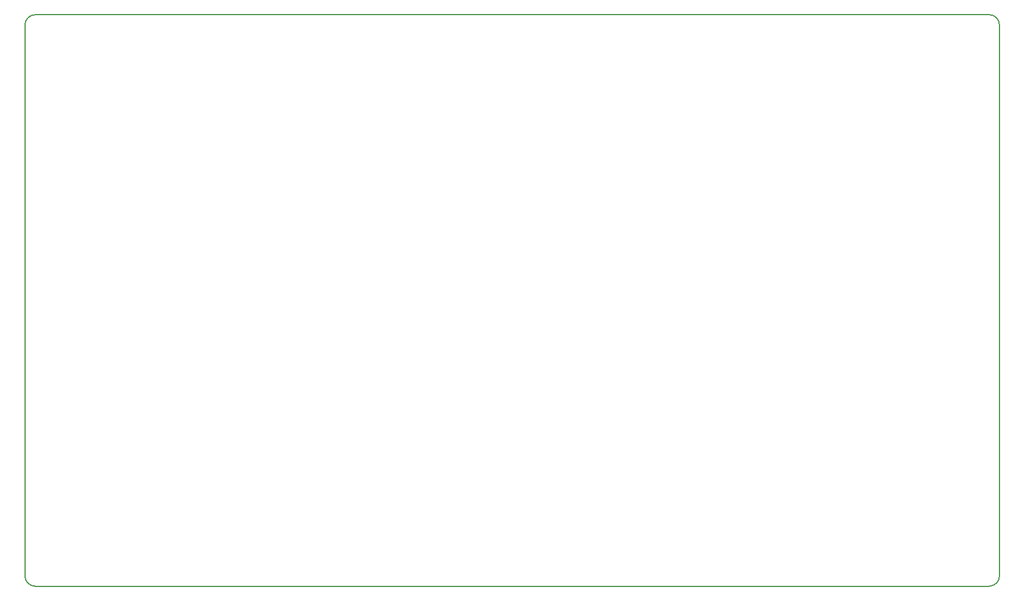
<source format=gbr>
%TF.GenerationSoftware,KiCad,Pcbnew,(6.0.6)*%
%TF.CreationDate,2022-07-28T15:05:17+07:00*%
%TF.ProjectId,_________________(__),1f3b3042-305f-43f4-903e-463541413e40,rev?*%
%TF.SameCoordinates,Original*%
%TF.FileFunction,Profile,NP*%
%FSLAX46Y46*%
G04 Gerber Fmt 4.6, Leading zero omitted, Abs format (unit mm)*
G04 Created by KiCad (PCBNEW (6.0.6)) date 2022-07-28 15:05:17*
%MOMM*%
%LPD*%
G01*
G04 APERTURE LIST*
%TA.AperFunction,Profile*%
%ADD10C,0.150000*%
%TD*%
G04 APERTURE END LIST*
D10*
X27500000Y-111500000D02*
G75*
G03*
X29000000Y-113000000I1500000J0D01*
G01*
X169000000Y-31500000D02*
X169000000Y-111500000D01*
X167500000Y-113000000D02*
X29000000Y-113000000D01*
X29000000Y-30000000D02*
X167500000Y-30000000D01*
X27500000Y-111500000D02*
X27500000Y-31500000D01*
X169000000Y-31500000D02*
G75*
G03*
X167500000Y-30000000I-1500000J0D01*
G01*
X167500000Y-113000000D02*
G75*
G03*
X169000000Y-111500000I0J1500000D01*
G01*
X29000000Y-30000000D02*
G75*
G03*
X27500000Y-31500000I0J-1500000D01*
G01*
M02*

</source>
